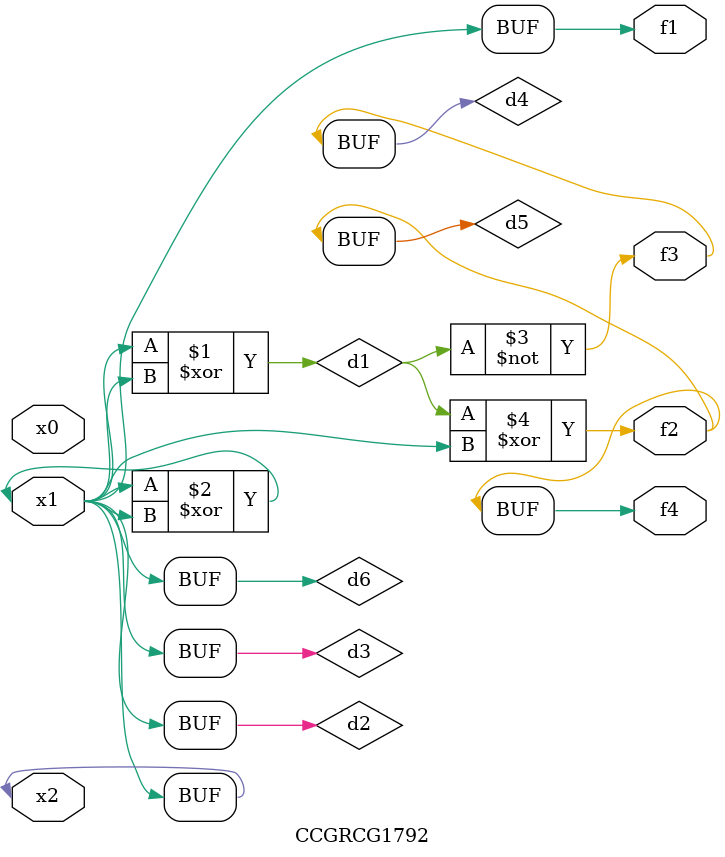
<source format=v>
module CCGRCG1792(
	input x0, x1, x2,
	output f1, f2, f3, f4
);

	wire d1, d2, d3, d4, d5, d6;

	xor (d1, x1, x2);
	buf (d2, x1, x2);
	xor (d3, x1, x2);
	nor (d4, d1);
	xor (d5, d1, d2);
	buf (d6, d2, d3);
	assign f1 = d6;
	assign f2 = d5;
	assign f3 = d4;
	assign f4 = d5;
endmodule

</source>
